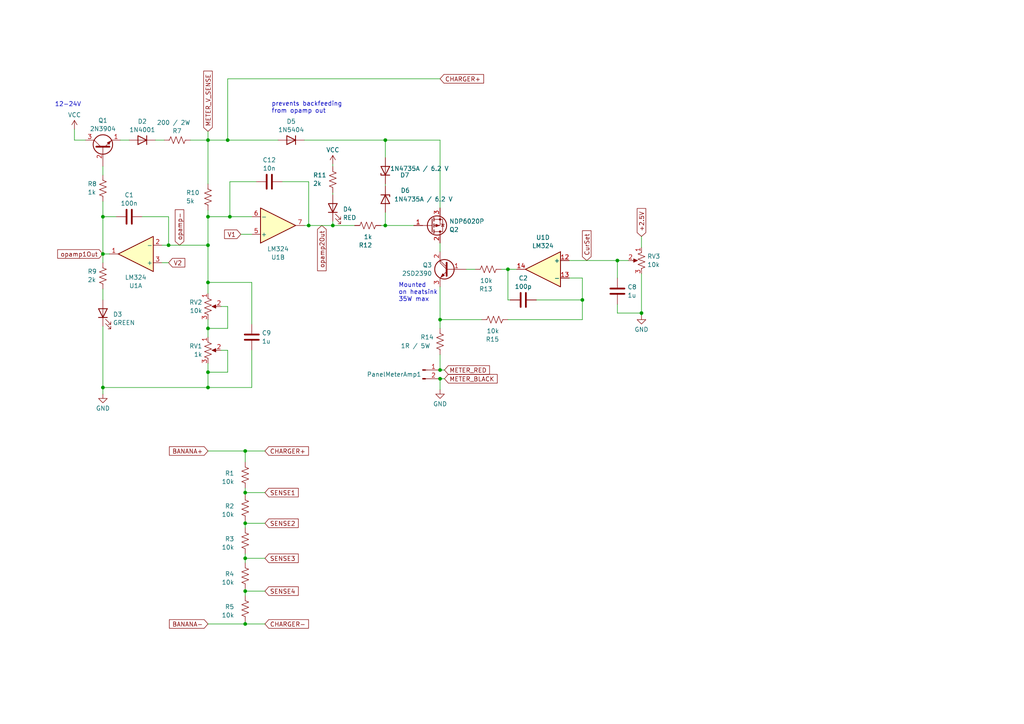
<source format=kicad_sch>
(kicad_sch (version 20230121) (generator eeschema)
  (paper "A4")
  (lib_symbols
    (symbol "Amplifier_Operational:LM324" (pin_names (offset 0.127))
      (property "Reference" "U" (at 0 5.08 0))
      (property "Value" "LM324" (at 0 -5.08 0))
      (symbol "LM324_1_1"
        (polyline (pts (xy -5.08 5.08) (xy 5.08 0) (xy -5.08 -5.08) (xy -5.08 5.08)) (stroke (width 0.254)) (fill (type background)))
        (pin output line (at 7.62 0 180) (length 2.54) (name "~") (number "1"))
        (pin input line (at -7.62 -2.54 0) (length 2.54) (name "-") (number "2"))
        (pin input line (at -7.62 2.54 0) (length 2.54) (name "+") (number "3"))
      )
      (symbol "LM324_2_1"
        (polyline (pts (xy -5.08 5.08) (xy 5.08 0) (xy -5.08 -5.08) (xy -5.08 5.08)) (stroke (width 0.254)) (fill (type background)))
        (pin input line (at -7.62 2.54 0) (length 2.54) (name "+") (number "5"))
        (pin input line (at -7.62 -2.54 0) (length 2.54) (name "-") (number "6"))
        (pin output line (at 7.62 0 180) (length 2.54) (name "~") (number "7"))
      )
      (symbol "LM324_3_1"
        (polyline (pts (xy -5.08 5.08) (xy 5.08 0) (xy -5.08 -5.08) (xy -5.08 5.08)) (stroke (width 0.254)) (fill (type background)))
        (pin input line (at -7.62 2.54 0) (length 2.54) (name "+") (number "10"))
        (pin output line (at 7.62 0 180) (length 2.54) (name "~") (number "8"))
        (pin input line (at -7.62 -2.54 0) (length 2.54) (name "-") (number "9"))
      )
      (symbol "LM324_4_1"
        (polyline (pts (xy -5.08 5.08) (xy 5.08 0) (xy -5.08 -5.08) (xy -5.08 5.08)) (stroke (width 0.254)) (fill (type background)))
        (pin input line (at -7.62 2.54 0) (length 2.54) (name "+") (number "12"))
        (pin input line (at -7.62 -2.54 0) (length 2.54) (name "-") (number "13"))
        (pin output line (at 7.62 0 180) (length 2.54) (name "~") (number "14"))
      )
      (symbol "LM324_5_1"
        (pin power_in line (at -2.54 -7.62 90) (length 3.81) (name "V-") (number "11"))
        (pin power_in line (at -2.54 7.62 270) (length 3.81) (name "V+") (number "4"))
      )
    )
    (symbol "Connector:Conn_01x02_Pin" (pin_names (offset 1.016) hide)
      (property "Reference" "J" (at 0 2.54 0))
      (property "Value" "Conn_01x02_Pin" (at 0 -5.08 0))
      (symbol "Conn_01x02_Pin_1_1"
        (polyline (pts (xy 1.27 -2.54) (xy 0.8636 -2.54)) (stroke (width 0.1524)))
        (polyline (pts (xy 1.27 0) (xy 0.8636 0)) (stroke (width 0.1524)))
        (rectangle (start 0.8636 -2.413) (end 0 -2.667) (stroke (width 0.1524)) (fill (type outline)))
        (rectangle (start 0.8636 0.127) (end 0 -0.127) (stroke (width 0.1524)) (fill (type outline)))
        (pin passive line (at 5.08 0 180) (length 3.81) (name "Pin_1") (number "1"))
        (pin passive line (at 5.08 -2.54 180) (length 3.81) (name "Pin_2") (number "2"))
      )
    )
    (symbol "Device:C" (pin_numbers hide) (pin_names (offset 0.254))
      (property "Reference" "C" (at 0.635 2.54 0))
      (property "Value" "C" (at 0.635 -2.54 0))
      (symbol "C_0_1"
        (polyline (pts (xy -2.032 -0.762) (xy 2.032 -0.762)) (stroke (width 0.508)))
        (polyline (pts (xy -2.032 0.762) (xy 2.032 0.762)) (stroke (width 0.508)))
      )
      (symbol "C_1_1"
        (pin passive line (at 0 3.81 270) (length 2.794) (name "~") (number "1"))
        (pin passive line (at 0 -3.81 90) (length 2.794) (name "~") (number "2"))
      )
    )
    (symbol "Device:D_Zener" (pin_numbers hide) (pin_names (offset 1.016) hide)
      (property "Reference" "D" (at 0 2.54 0))
      (property "Value" "D_Zener" (at 0 -2.54 0))
      (symbol "D_Zener_0_1"
        (polyline (pts (xy 1.27 0) (xy -1.27 0)))
        (polyline (pts (xy -1.27 -1.27) (xy -1.27 1.27) (xy -0.762 1.27)) (stroke (width 0.254)))
        (polyline (pts (xy 1.27 -1.27) (xy 1.27 1.27) (xy -1.27 0) (xy 1.27 -1.27)) (stroke (width 0.254)))
      )
      (symbol "D_Zener_1_1"
        (pin passive line (at -3.81 0 0) (length 2.54) (name "K") (number "1"))
        (pin passive line (at 3.81 0 180) (length 2.54) (name "A") (number "2"))
      )
    )
    (symbol "Device:LED" (pin_numbers hide) (pin_names (offset 1.016) hide)
      (property "Reference" "D" (at 0 2.54 0))
      (property "Value" "LED" (at 0 -2.54 0))
      (symbol "LED_0_1"
        (polyline (pts (xy -1.27 -1.27) (xy -1.27 1.27)) (stroke (width 0.254)))
        (polyline (pts (xy -1.27 0) (xy 1.27 0)))
        (polyline (pts (xy 1.27 -1.27) (xy 1.27 1.27) (xy -1.27 0) (xy 1.27 -1.27)) (stroke (width 0.254)))
        (polyline (pts (xy -3.048 -0.762) (xy -4.572 -2.286) (xy -3.81 -2.286) (xy -4.572 -2.286) (xy -4.572 -1.524)))
        (polyline (pts (xy -1.778 -0.762) (xy -3.302 -2.286) (xy -2.54 -2.286) (xy -3.302 -2.286) (xy -3.302 -1.524)))
      )
      (symbol "LED_1_1"
        (pin passive line (at -3.81 0 0) (length 2.54) (name "K") (number "1"))
        (pin passive line (at 3.81 0 180) (length 2.54) (name "A") (number "2"))
      )
    )
    (symbol "Device:Q_NPN_Darlington_BCE" (pin_names (offset 0) hide)
      (property "Reference" "Q" (at 4.572 1.27 0))
      (property "Value" "Q_NPN_Darlington_BCE" (at 4.572 -1.27 0))
      (symbol "Q_NPN_Darlington_BCE_0_1"
        (polyline (pts (xy 0.635 0.635) (xy 2.54 2.54)))
        (polyline (pts (xy 0.635 -0.635) (xy 2.54 -2.54) (xy 2.54 -2.54)))
        (polyline (pts (xy 0.635 0) (xy 2.54 1.905) (xy 2.54 2.54)))
        (polyline (pts (xy 0.635 1.905) (xy 0.635 -1.905) (xy 0.635 -1.905)) (stroke (width 0.508)))
        (polyline (pts (xy 1.27 -1.778) (xy 1.778 -1.27) (xy 2.286 -2.286) (xy 1.27 -1.778) (xy 1.27 -1.778)) (fill (type outline)))
        (circle (center 1.27 0) (radius 2.8194) (stroke (width 0.254)))
      )
      (symbol "Q_NPN_Darlington_BCE_1_1"
        (pin input line (at -5.08 0 0) (length 5.715) (name "B") (number "1"))
        (pin passive line (at 2.54 5.08 270) (length 2.54) (name "C") (number "2"))
        (pin passive line (at 2.54 -5.08 90) (length 2.54) (name "E") (number "3"))
      )
    )
    (symbol "Device:Q_PMOS_GDS" (pin_names (offset 0) hide)
      (property "Reference" "Q" (at 5.08 1.27 0))
      (property "Value" "Q_PMOS_GDS" (at 5.08 -1.27 0))
      (symbol "Q_PMOS_GDS_0_1"
        (polyline (pts (xy 0.254 0) (xy -2.54 0)))
        (polyline (pts (xy 0.254 1.905) (xy 0.254 -1.905)) (stroke (width 0.254)))
        (polyline (pts (xy 0.762 -1.27) (xy 0.762 -2.286)) (stroke (width 0.254)))
        (polyline (pts (xy 0.762 0.508) (xy 0.762 -0.508)) (stroke (width 0.254)))
        (polyline (pts (xy 0.762 2.286) (xy 0.762 1.27)) (stroke (width 0.254)))
        (polyline (pts (xy 2.54 2.54) (xy 2.54 1.778)))
        (polyline (pts (xy 2.54 -2.54) (xy 2.54 0) (xy 0.762 0)))
        (polyline (pts (xy 0.762 1.778) (xy 3.302 1.778) (xy 3.302 -1.778) (xy 0.762 -1.778)))
        (polyline (pts (xy 2.286 0) (xy 1.27 0.381) (xy 1.27 -0.381) (xy 2.286 0)) (fill (type outline)))
        (polyline (pts (xy 2.794 -0.508) (xy 2.921 -0.381) (xy 3.683 -0.381) (xy 3.81 -0.254)))
        (polyline (pts (xy 3.302 -0.381) (xy 2.921 0.254) (xy 3.683 0.254) (xy 3.302 -0.381)))
        (circle (center 1.651 0) (radius 2.794) (stroke (width 0.254)))
        (circle (center 2.54 -1.778) (radius 0.254) (fill (type outline)))
        (circle (center 2.54 1.778) (radius 0.254) (fill (type outline)))
      )
      (symbol "Q_PMOS_GDS_1_1"
        (pin input line (at -5.08 0 0) (length 2.54) (name "G") (number "1"))
        (pin passive line (at 2.54 5.08 270) (length 2.54) (name "D") (number "2"))
        (pin passive line (at 2.54 -5.08 90) (length 2.54) (name "S") (number "3"))
      )
    )
    (symbol "Device:R_Potentiometer_US" (pin_names (offset 1.016) hide)
      (property "Reference" "RV" (at -4.445 0 90))
      (property "Value" "R_Potentiometer_US" (at -2.54 0 90))
      (symbol "R_Potentiometer_US_0_1"
        (polyline (pts (xy 0 -2.286) (xy 0 -2.54)))
        (polyline (pts (xy 0 2.54) (xy 0 2.286)))
        (polyline (pts (xy 2.54 0) (xy 1.524 0)))
        (polyline (pts (xy 1.143 0) (xy 2.286 0.508) (xy 2.286 -0.508) (xy 1.143 0)) (fill (type outline)))
        (polyline (pts (xy 0 -0.762) (xy 1.016 -1.143) (xy 0 -1.524) (xy -1.016 -1.905) (xy 0 -2.286)))
        (polyline (pts (xy 0 0.762) (xy 1.016 0.381) (xy 0 0) (xy -1.016 -0.381) (xy 0 -0.762)))
        (polyline (pts (xy 0 2.286) (xy 1.016 1.905) (xy 0 1.524) (xy -1.016 1.143) (xy 0 0.762)))
      )
      (symbol "R_Potentiometer_US_1_1"
        (pin passive line (at 0 3.81 270) (length 1.27) (name "1") (number "1"))
        (pin passive line (at 3.81 0 180) (length 1.27) (name "2") (number "2"))
        (pin passive line (at 0 -3.81 90) (length 1.27) (name "3") (number "3"))
      )
    )
    (symbol "Device:R_US" (pin_numbers hide) (pin_names (offset 0))
      (property "Reference" "R" (at 2.54 0 90))
      (property "Value" "R_US" (at -2.54 0 90))
      (symbol "R_US_0_1"
        (polyline (pts (xy 0 -2.286) (xy 0 -2.54)))
        (polyline (pts (xy 0 2.286) (xy 0 2.54)))
        (polyline (pts (xy 0 -0.762) (xy 1.016 -1.143) (xy 0 -1.524) (xy -1.016 -1.905) (xy 0 -2.286)))
        (polyline (pts (xy 0 0.762) (xy 1.016 0.381) (xy 0 0) (xy -1.016 -0.381) (xy 0 -0.762)))
        (polyline (pts (xy 0 2.286) (xy 1.016 1.905) (xy 0 1.524) (xy -1.016 1.143) (xy 0 0.762)))
      )
      (symbol "R_US_1_1"
        (pin passive line (at 0 3.81 270) (length 1.27) (name "~") (number "1"))
        (pin passive line (at 0 -3.81 90) (length 1.27) (name "~") (number "2"))
      )
    )
    (symbol "Diode:1N4001" (pin_numbers hide) (pin_names hide)
      (property "Reference" "D" (at 0 2.54 0))
      (property "Value" "1N4001" (at 0 -2.54 0))
      (symbol "1N4001_0_1"
        (polyline (pts (xy -1.27 1.27) (xy -1.27 -1.27)) (stroke (width 0.254)))
        (polyline (pts (xy 1.27 0) (xy -1.27 0)))
        (polyline (pts (xy 1.27 1.27) (xy 1.27 -1.27) (xy -1.27 0) (xy 1.27 1.27)) (stroke (width 0.254)))
      )
      (symbol "1N4001_1_1"
        (pin passive line (at -3.81 0 0) (length 2.54) (name "K") (number "1"))
        (pin passive line (at 3.81 0 180) (length 2.54) (name "A") (number "2"))
      )
    )
    (symbol "Diode:1N5404" (pin_numbers hide) (pin_names hide)
      (property "Reference" "D" (at 0 2.54 0))
      (property "Value" "1N5404" (at 0 -2.54 0))
      (symbol "1N5404_0_1"
        (polyline (pts (xy -1.27 1.27) (xy -1.27 -1.27)) (stroke (width 0.254)))
        (polyline (pts (xy 1.27 0) (xy -1.27 0)))
        (polyline (pts (xy 1.27 1.27) (xy 1.27 -1.27) (xy -1.27 0) (xy 1.27 1.27)) (stroke (width 0.254)))
      )
      (symbol "1N5404_1_1"
        (pin passive line (at -3.81 0 0) (length 2.54) (name "K") (number "1"))
        (pin passive line (at 3.81 0 180) (length 2.54) (name "A") (number "2"))
      )
    )
    (symbol "Transistor_BJT:2N3904" (pin_names (offset 0) hide)
      (property "Reference" "Q" (at 5.08 1.905 0))
      (property "Value" "2N3904" (at 5.08 0 0))
      (symbol "2N3904_0_1"
        (polyline (pts (xy 0.635 0.635) (xy 2.54 2.54)))
        (polyline (pts (xy 0.635 -0.635) (xy 2.54 -2.54) (xy 2.54 -2.54)))
        (polyline (pts (xy 0.635 1.905) (xy 0.635 -1.905) (xy 0.635 -1.905)) (stroke (width 0.508)))
        (polyline (pts (xy 1.27 -1.778) (xy 1.778 -1.27) (xy 2.286 -2.286) (xy 1.27 -1.778) (xy 1.27 -1.778)) (fill (type outline)))
        (circle (center 1.27 0) (radius 2.8194) (stroke (width 0.254)))
      )
      (symbol "2N3904_1_1"
        (pin passive line (at 2.54 -5.08 90) (length 2.54) (name "E") (number "1"))
        (pin passive line (at -5.08 0 0) (length 5.715) (name "B") (number "2"))
        (pin passive line (at 2.54 5.08 270) (length 2.54) (name "C") (number "3"))
      )
    )
    (symbol "power:GND" (power) (pin_names (offset 0))
      (property "Value" "GND" (at 0 -3.81 0))
      (symbol "GND_0_1"
        (polyline (pts (xy 0 0) (xy 0 -1.27) (xy 1.27 -1.27) (xy 0 -2.54) (xy -1.27 -1.27) (xy 0 -1.27)))
      )
      (symbol "GND_1_1"
        (pin power_in line (at 0 0 270) (length 0) hide (name "GND") (number "1"))
      )
    )
    (symbol "power:VCC" (power) (pin_names (offset 0))
      (property "Value" "VCC" (at 0 3.81 0))
      (symbol "VCC_0_1"
        (polyline (pts (xy -0.762 1.27) (xy 0 2.54)))
        (polyline (pts (xy 0 0) (xy 0 2.54)))
        (polyline (pts (xy 0 2.54) (xy 0.762 1.27)))
      )
      (symbol "VCC_1_1"
        (pin power_in line (at 0 0 90) (length 0) hide (name "VCC") (number "1"))
      )
    )
  )
  (junction (at 168.91 86.995))
  (junction (at 71.12 151.765))
  (junction (at 66.675 62.865))
  (junction (at 127.635 92.71))
  (junction (at 127.635 107.315))
  (junction (at 186.055 90.805))
  (junction (at 60.325 81.915))
  (junction (at 48.895 71.12))
  (junction (at 147.32 78.105))
  (junction (at 29.845 73.66))
  (junction (at 111.76 40.64))
  (junction (at 71.12 161.925))
  (junction (at 111.76 65.405))
  (junction (at 60.325 112.395))
  (junction (at 60.325 40.64))
  (junction (at 60.325 62.865))
  (junction (at 71.12 142.875))
  (junction (at 29.845 62.865))
  (junction (at 71.12 130.81))
  (junction (at 96.52 65.405))
  (junction (at 60.325 107.95))
  (junction (at 179.07 75.565))
  (junction (at 66.04 40.64))
  (junction (at 89.535 65.405))
  (junction (at 60.325 95.25))
  (junction (at 127.635 109.855))
  (junction (at 60.325 71.12))
  (junction (at 71.12 171.45))
  (junction (at 71.12 180.975))
  (junction (at 29.845 112.395))
  (wire (pts (xy 34.925 40.64) (xy 37.465 40.64)))
  (wire (pts (xy 71.12 180.34) (xy 71.12 180.975)))
  (wire (pts (xy 69.85 67.945) (xy 73.025 67.945)))
  (wire (pts (xy 60.325 95.25) (xy 60.325 97.79)))
  (wire (pts (xy 186.055 68.58) (xy 186.055 71.755)))
  (wire (pts (xy 60.325 112.395) (xy 73.025 112.395)))
  (wire (pts (xy 71.12 170.815) (xy 71.12 171.45)))
  (wire (pts (xy 29.845 62.865) (xy 33.655 62.865)))
  (wire (pts (xy 135.255 78.105) (xy 137.795 78.105)))
  (wire (pts (xy 60.325 81.915) (xy 73.025 81.915)))
  (wire (pts (xy 71.12 141.605) (xy 71.12 142.875)))
  (wire (pts (xy 60.325 71.12) (xy 60.325 81.915)))
  (wire (pts (xy 29.845 48.26) (xy 29.845 50.8)))
  (wire (pts (xy 66.04 88.9) (xy 66.04 95.25)))
  (wire (pts (xy 71.12 142.875) (xy 71.12 143.51)))
  (wire (pts (xy 45.085 40.64) (xy 47.625 40.64)))
  (wire (pts (xy 46.99 76.2) (xy 48.895 76.2)))
  (wire (pts (xy 110.49 65.405) (xy 111.76 65.405)))
  (wire (pts (xy 76.835 130.81) (xy 71.12 130.81)))
  (wire (pts (xy 74.295 52.705) (xy 66.675 52.705)))
  (wire (pts (xy 60.325 40.64) (xy 66.04 40.64)))
  (wire (pts (xy 76.835 171.45) (xy 71.12 171.45)))
  (wire (pts (xy 147.955 86.995) (xy 147.32 86.995)))
  (wire (pts (xy 29.845 83.82) (xy 29.845 86.995)))
  (wire (pts (xy 60.325 62.865) (xy 66.675 62.865)))
  (wire (pts (xy 127.635 70.485) (xy 127.635 73.025)))
  (wire (pts (xy 46.99 71.12) (xy 48.895 71.12)))
  (wire (pts (xy 73.025 101.6) (xy 73.025 112.395)))
  (wire (pts (xy 76.835 151.765) (xy 71.12 151.765)))
  (wire (pts (xy 179.07 75.565) (xy 182.245 75.565)))
  (wire (pts (xy 55.245 40.64) (xy 60.325 40.64)))
  (wire (pts (xy 89.535 65.405) (xy 88.265 65.405)))
  (wire (pts (xy 60.325 180.975) (xy 71.12 180.975)))
  (wire (pts (xy 96.52 55.88) (xy 96.52 56.515)))
  (wire (pts (xy 29.845 62.865) (xy 29.845 73.66)))
  (wire (pts (xy 127.635 40.64) (xy 127.635 60.325)))
  (wire (pts (xy 66.675 52.705) (xy 66.675 62.865)))
  (wire (pts (xy 48.895 71.12) (xy 60.325 71.12)))
  (wire (pts (xy 29.845 73.66) (xy 31.75 73.66)))
  (wire (pts (xy 66.04 22.86) (xy 66.04 40.64)))
  (wire (pts (xy 29.845 112.395) (xy 60.325 112.395)))
  (wire (pts (xy 186.055 79.375) (xy 186.055 90.805)))
  (wire (pts (xy 29.845 73.66) (xy 29.845 76.2)))
  (wire (pts (xy 111.76 40.64) (xy 127.635 40.64)))
  (wire (pts (xy 127.635 107.315) (xy 128.905 107.315)))
  (wire (pts (xy 60.325 130.81) (xy 71.12 130.81)))
  (wire (pts (xy 66.04 88.9) (xy 64.135 88.9)))
  (wire (pts (xy 81.915 52.705) (xy 89.535 52.705)))
  (wire (pts (xy 96.52 65.405) (xy 102.87 65.405)))
  (wire (pts (xy 66.675 62.865) (xy 73.025 62.865)))
  (wire (pts (xy 71.12 160.655) (xy 71.12 161.925)))
  (wire (pts (xy 60.325 53.34) (xy 60.325 40.64)))
  (wire (pts (xy 76.835 142.875) (xy 71.12 142.875)))
  (wire (pts (xy 66.04 101.6) (xy 66.04 107.95)))
  (wire (pts (xy 147.32 92.71) (xy 168.91 92.71)))
  (wire (pts (xy 111.76 61.595) (xy 111.76 65.405)))
  (wire (pts (xy 60.325 60.96) (xy 60.325 62.865)))
  (wire (pts (xy 155.575 86.995) (xy 168.91 86.995)))
  (wire (pts (xy 127.635 83.185) (xy 127.635 92.71)))
  (wire (pts (xy 60.325 38.1) (xy 60.325 40.64)))
  (wire (pts (xy 60.325 62.865) (xy 60.325 71.12)))
  (wire (pts (xy 96.52 47.625) (xy 96.52 48.26)))
  (wire (pts (xy 127.635 109.855) (xy 128.905 109.855)))
  (wire (pts (xy 88.265 40.64) (xy 111.76 40.64)))
  (wire (pts (xy 48.895 62.865) (xy 48.895 71.12)))
  (wire (pts (xy 71.12 171.45) (xy 71.12 172.72)))
  (wire (pts (xy 66.04 95.25) (xy 60.325 95.25)))
  (wire (pts (xy 21.59 37.465) (xy 21.59 40.64)))
  (wire (pts (xy 127.635 102.87) (xy 127.635 107.315)))
  (wire (pts (xy 96.52 65.405) (xy 89.535 65.405)))
  (wire (pts (xy 96.52 64.135) (xy 96.52 65.405)))
  (wire (pts (xy 168.91 86.995) (xy 168.91 92.71)))
  (wire (pts (xy 76.835 161.925) (xy 71.12 161.925)))
  (wire (pts (xy 179.07 88.265) (xy 179.07 90.805)))
  (wire (pts (xy 29.845 58.42) (xy 29.845 62.865)))
  (wire (pts (xy 60.325 92.71) (xy 60.325 95.25)))
  (wire (pts (xy 29.845 94.615) (xy 29.845 112.395)))
  (wire (pts (xy 66.04 40.64) (xy 80.645 40.64)))
  (wire (pts (xy 60.325 81.915) (xy 60.325 85.09)))
  (wire (pts (xy 179.07 90.805) (xy 186.055 90.805)))
  (wire (pts (xy 41.275 62.865) (xy 48.895 62.865)))
  (wire (pts (xy 145.415 78.105) (xy 147.32 78.105)))
  (wire (pts (xy 165.1 80.645) (xy 168.91 80.645)))
  (wire (pts (xy 147.32 86.995) (xy 147.32 78.105)))
  (wire (pts (xy 127.635 109.855) (xy 127.635 113.03)))
  (wire (pts (xy 66.04 107.95) (xy 60.325 107.95)))
  (wire (pts (xy 127.635 22.86) (xy 66.04 22.86)))
  (wire (pts (xy 71.12 151.13) (xy 71.12 151.765)))
  (wire (pts (xy 111.76 45.72) (xy 111.76 40.64)))
  (wire (pts (xy 71.12 161.925) (xy 71.12 163.195)))
  (wire (pts (xy 127.635 92.71) (xy 127.635 95.25)))
  (wire (pts (xy 76.835 180.975) (xy 71.12 180.975)))
  (wire (pts (xy 147.32 78.105) (xy 149.86 78.105)))
  (wire (pts (xy 29.845 114.3) (xy 29.845 112.395)))
  (wire (pts (xy 165.1 75.565) (xy 179.07 75.565)))
  (wire (pts (xy 73.025 93.98) (xy 73.025 81.915)))
  (wire (pts (xy 111.76 65.405) (xy 120.015 65.405)))
  (wire (pts (xy 71.12 130.81) (xy 71.12 133.985)))
  (wire (pts (xy 66.04 101.6) (xy 64.135 101.6)))
  (wire (pts (xy 186.055 90.805) (xy 186.055 91.44)))
  (wire (pts (xy 60.325 105.41) (xy 60.325 107.95)))
  (wire (pts (xy 111.76 53.34) (xy 111.76 53.975)))
  (wire (pts (xy 127.635 92.71) (xy 139.7 92.71)))
  (wire (pts (xy 21.59 40.64) (xy 24.765 40.64)))
  (wire (pts (xy 60.325 107.95) (xy 60.325 112.395)))
  (wire (pts (xy 89.535 52.705) (xy 89.535 65.405)))
  (wire (pts (xy 168.91 80.645) (xy 168.91 86.995)))
  (wire (pts (xy 71.12 151.765) (xy 71.12 153.035)))
  (wire (pts (xy 179.07 80.645) (xy 179.07 75.565)))
  (text "Mounted\non heatsink\n35W max" (at 115.57 87.63 0) (effects (font (size 1.27 1.27)) (justify left bottom)))
  (text "prevents backfeeding\nfrom opamp out" (at 78.74 33.02 0) (effects (font (size 1.27 1.27)) (justify left bottom)))
  (text "12-24V" (at 15.875 31.115 0) (effects (font (size 1.27 1.27)) (justify left bottom)))
  (global_label "V2" (shape input) (at 48.895 76.2 0) (property "Intersheetrefs" "${INTERSHEET_REFS}" (effects hide)))
  (global_label "CHARGER+" (shape input) (at 76.835 130.81 0) (property "Intersheetrefs" "${INTERSHEET_REFS}" (effects hide)))
  (global_label "METER_RED" (shape input) (at 128.905 107.315 0) (property "Intersheetrefs" "${INTERSHEET_REFS}" (effects hide)))
  (global_label "BANANA-" (shape input) (at 60.325 180.975 180) (property "Intersheetrefs" "${INTERSHEET_REFS}" (effects hide)))
  (global_label "SENSE1" (shape input) (at 76.835 142.875 0) (property "Intersheetrefs" "${INTERSHEET_REFS}" (effects hide)))
  (global_label "CHARGER+" (shape input) (at 127.635 22.86 0) (property "Intersheetrefs" "${INTERSHEET_REFS}" (effects hide)))
  (global_label "+2.5V" (shape input) (at 186.055 68.58 90) (property "Intersheetrefs" "${INTERSHEET_REFS}" (effects hide)))
  (global_label "METER_BLACK" (shape input) (at 128.905 109.855 0) (property "Intersheetrefs" "${INTERSHEET_REFS}" (effects hide)))
  (global_label "CurSet" (shape input) (at 170.18 75.565 90) (property "Intersheetrefs" "${INTERSHEET_REFS}" (effects hide)))
  (global_label "V1" (shape input) (at 69.85 67.945 180) (property "Intersheetrefs" "${INTERSHEET_REFS}" (effects hide)))
  (global_label "SENSE2" (shape input) (at 76.835 151.765 0) (property "Intersheetrefs" "${INTERSHEET_REFS}" (effects hide)))
  (global_label "opamp-" (shape input) (at 52.07 71.12 90) (property "Intersheetrefs" "${INTERSHEET_REFS}" (effects hide)))
  (global_label "BANANA+" (shape input) (at 60.325 130.81 180) (property "Intersheetrefs" "${INTERSHEET_REFS}" (effects hide)))
  (global_label "opamp1Out" (shape input) (at 29.845 73.66 180) (property "Intersheetrefs" "${INTERSHEET_REFS}" (effects hide)))
  (global_label "CHARGER-" (shape input) (at 76.835 180.975 0) (property "Intersheetrefs" "${INTERSHEET_REFS}" (effects hide)))
  (global_label "SENSE4" (shape input) (at 76.835 171.45 0) (property "Intersheetrefs" "${INTERSHEET_REFS}" (effects hide)))
  (global_label "opamp2Out" (shape input) (at 93.345 65.405 270) (property "Intersheetrefs" "${INTERSHEET_REFS}" (effects hide)))
  (global_label "SENSE3" (shape input) (at 76.835 161.925 0) (property "Intersheetrefs" "${INTERSHEET_REFS}" (effects hide)))
  (global_label "METER_V_SENSE" (shape input) (at 60.325 38.1 90) (property "Intersheetrefs" "${INTERSHEET_REFS}" (effects hide)))
  (symbol (lib_id "power:GND") (at 186.055 91.44 0) (unit 1)
    (property "Reference" "#PWR014" (effects hide))
    (property "Value" "GND" (at 186.055 95.5731 0))
  )
  (symbol (lib_id "power:GND") (at 127.635 113.03 0) (unit 1)
    (property "Reference" "#PWR07" (effects hide))
    (property "Value" "GND" (at 127.635 117.1631 0))
  )
  (symbol (lib_id "Device:C") (at 179.07 84.455 180) (unit 1)
    (property "Reference" "C8" (at 181.991 83.2429 0) (effects (justify right)))
    (property "Value" "1u" (at 181.991 85.6671 0) (effects (justify right)))
    (property "Footprint" "Capacitor_SMD:C_1206_3216Metric" (effects hide))
  )
  (symbol (lib_id "Transistor_BJT:2N3904") (at 29.845 43.18 90) (unit 1)
    (property "Reference" "Q1" (at 29.845 34.9463 90))
    (property "Value" "2N3904" (at 29.845 37.3705 90))
    (property "Footprint" "Package_TO_SOT_THT:TO-92L_Wide" (effects hide))
    (property "Datasheet" "https://www.onsemi.com/pub/Collateral/2N3903-D.PDF" (effects hide))
  )
  (symbol (lib_id "power:GND") (at 29.845 114.3 0) (unit 1)
    (property "Reference" "#PWR09" (effects hide))
    (property "Value" "GND" (at 29.845 118.4331 0))
  )
  (symbol (lib_id "Device:R_Potentiometer_US") (at 60.325 101.6 0) (unit 1)
    (property "Reference" "RV1" (at 58.6741 100.3879 0) (effects (justify right)))
    (property "Value" "1k" (at 58.6741 102.8121 0) (effects (justify right)))
    (property "Footprint" "Potentiometer_THT:Potentiometer_Bourns_PTV09A-1_Single_Vertical" (effects hide))
  )
  (symbol (lib_id "Device:R_US") (at 60.325 57.15 0) (unit 1)
    (property "Reference" "R10" (at 53.975 55.88 0) (effects (justify left)))
    (property "Value" "5k" (at 53.975 58.3042 0) (effects (justify left)))
    (property "Footprint" "Resistor_THT:R_Axial_DIN0207_L6.3mm_D2.5mm_P7.62mm_Horizontal" (effects hide))
  )
  (symbol (lib_id "Device:Q_PMOS_GDS") (at 125.095 65.405 0) (mirror x) (unit 1)
    (property "Reference" "Q2" (at 130.302 66.6171 0) (effects (justify left)))
    (property "Value" "NDP6020P" (at 130.302 64.1929 0) (effects (justify left)))
    (property "Footprint" "Package_TO_SOT_THT:TO-220-3_Vertical" (effects hide))
  )
  (symbol (lib_id "Device:R_Potentiometer_US") (at 186.055 75.565 0) (mirror y) (unit 1)
    (property "Reference" "RV3" (at 187.706 74.3529 0) (effects (justify right)))
    (property "Value" "10k" (at 187.706 76.7771 0) (effects (justify right)))
    (property "Footprint" "Potentiometer_THT:Potentiometer_Bourns_PTV09A-1_Single_Vertical" (effects hide))
  )
  (symbol (lib_id "Device:R_US") (at 71.12 147.32 180) (unit 1)
    (property "Reference" "R2" (at 67.945 146.8008 0) (effects (justify left)))
    (property "Value" "10k" (at 67.945 149.225 0) (effects (justify left)))
    (property "Footprint" "Resistor_SMD:R_0805_2012Metric" (effects hide))
  )
  (symbol (lib_id "Device:LED") (at 96.52 60.325 90) (unit 1)
    (property "Reference" "D4" (at 99.441 60.7004 90) (effects (justify right)))
    (property "Value" "RED" (at 99.441 63.1246 90) (effects (justify right)))
    (property "Footprint" "LED_THT:LED_D5.0mm" (effects hide))
  )
  (symbol (lib_id "Device:R_US") (at 71.12 137.795 180) (unit 1)
    (property "Reference" "R1" (at 67.945 137.2758 0) (effects (justify left)))
    (property "Value" "10k" (at 67.945 139.7 0) (effects (justify left)))
    (property "Footprint" "Resistor_SMD:R_0805_2012Metric" (effects hide))
  )
  (symbol (lib_id "Device:R_US") (at 29.845 54.61 0) (unit 1)
    (property "Reference" "R8" (at 25.4 53.34 0) (effects (justify left)))
    (property "Value" "1k" (at 25.4 55.7642 0) (effects (justify left)))
    (property "Footprint" "Resistor_SMD:R_0805_2012Metric" (effects hide))
  )
  (symbol (lib_id "Device:C") (at 37.465 62.865 270) (unit 1)
    (property "Reference" "C1" (at 37.465 56.5617 90))
    (property "Value" "100n" (at 37.465 58.9859 90))
    (property "Footprint" "Capacitor_SMD:C_1206_3216Metric" (effects hide))
  )
  (symbol (lib_id "Amplifier_Operational:LM324") (at 39.37 73.66 180) (unit 1)
    (property "Reference" "U1" (at 39.37 82.8843 0))
    (property "Value" "LM324" (at 39.37 80.4601 0))
    (property "Footprint" "Package_DIP:DIP-14_W7.62mm_Socket" (effects hide))
    (property "Datasheet" "http://www.ti.com/lit/ds/symlink/lm2902-n.pdf" (effects hide))
  )
  (symbol (lib_id "power:VCC") (at 96.52 47.625 0) (unit 1)
    (property "Reference" "#PWR012" (effects hide))
    (property "Value" "VCC" (at 96.52 43.4919 0))
  )
  (symbol (lib_id "power:VCC") (at 21.59 37.465 0) (unit 1)
    (property "Reference" "#PWR05" (effects hide))
    (property "Value" "VCC" (at 21.59 33.3319 0))
  )
  (symbol (lib_id "Diode:1N5404") (at 84.455 40.64 180) (unit 1)
    (property "Reference" "D5" (at 84.455 35.2257 0))
    (property "Value" "1N5404" (at 84.455 37.6499 0))
    (property "Footprint" "Diode_THT:D_DO-201AD_P15.24mm_Horizontal" (effects hide))
    (property "Datasheet" "http://www.vishay.com/docs/88516/1n5400.pdf" (effects hide))
    (property "Sim.Device" "D" (effects hide))
    (property "Sim.Pins" "1=K 2=A" (effects hide))
  )
  (symbol (lib_id "Device:LED") (at 29.845 90.805 90) (unit 1)
    (property "Reference" "D3" (at 32.766 91.1804 90) (effects (justify right)))
    (property "Value" "GREEN" (at 32.766 93.6046 90) (effects (justify right)))
    (property "Footprint" "LED_THT:LED_D5.0mm" (effects hide))
  )
  (symbol (lib_id "Device:R_US") (at 29.845 80.01 0) (unit 1)
    (property "Reference" "R9" (at 25.4 78.74 0) (effects (justify left)))
    (property "Value" "2k" (at 25.4 81.1642 0) (effects (justify left)))
    (property "Footprint" "Resistor_SMD:R_0805_2012Metric" (effects hide))
  )
  (symbol (lib_id "Device:D_Zener") (at 111.76 49.53 90) (unit 1)
    (property "Reference" "D7" (at 118.745 50.8 90) (effects (justify left)))
    (property "Value" "1N4735A / 6.2 V" (at 130.175 48.895 90) (effects (justify left)))
    (property "Footprint" "Diode_THT:D_DO-35_SOD27_P5.08mm_Vertical_KathodeUp" (effects hide))
  )
  (symbol (lib_id "Device:C") (at 78.105 52.705 270) (unit 1)
    (property "Reference" "C12" (at 78.105 46.4017 90))
    (property "Value" "10n" (at 78.105 48.8259 90))
    (property "Footprint" "Capacitor_SMD:C_1206_3216Metric" (effects hide))
  )
  (symbol (lib_id "Device:C") (at 73.025 97.79 180) (unit 1)
    (property "Reference" "C9" (at 75.946 96.5779 0) (effects (justify right)))
    (property "Value" "1u" (at 75.946 99.0021 0) (effects (justify right)))
    (property "Footprint" "Capacitor_SMD:C_1206_3216Metric" (effects hide))
  )
  (symbol (lib_id "Device:R_US") (at 141.605 78.105 90) (unit 1)
    (property "Reference" "R13" (at 142.875 83.82 90) (effects (justify left)))
    (property "Value" "10k" (at 142.875 81.3958 90) (effects (justify left)))
    (property "Footprint" "Resistor_SMD:R_0805_2012Metric" (effects hide))
  )
  (symbol (lib_id "Device:Q_NPN_Darlington_BCE") (at 130.175 78.105 0) (mirror y) (unit 1)
    (property "Reference" "Q3" (at 125.3236 76.8929 0) (effects (justify left)))
    (property "Value" "2SD2390" (at 125.3236 79.3171 0) (effects (justify left)))
    (property "Footprint" "Package_TO_SOT_THT:TO-3P-3_Vertical" (effects hide))
  )
  (symbol (lib_id "Device:R_Potentiometer_US") (at 60.325 88.9 0) (unit 1)
    (property "Reference" "RV2" (at 58.6741 87.6879 0) (effects (justify right)))
    (property "Value" "10k" (at 58.6741 90.1121 0) (effects (justify right)))
    (property "Footprint" "Potentiometer_THT:Potentiometer_Bourns_PTV09A-1_Single_Vertical" (effects hide))
  )
  (symbol (lib_id "Device:R_US") (at 71.12 167.005 180) (unit 1)
    (property "Reference" "R4" (at 67.945 166.4858 0) (effects (justify left)))
    (property "Value" "10k" (at 67.945 168.91 0) (effects (justify left)))
    (property "Footprint" "Resistor_SMD:R_0805_2012Metric" (effects hide))
  )
  (symbol (lib_id "Amplifier_Operational:LM324") (at 157.48 78.105 0) (mirror y) (unit 4)
    (property "Reference" "U1" (at 157.48 68.8807 0))
    (property "Value" "LM324" (at 157.48 71.3049 0))
    (property "Footprint" "Package_DIP:DIP-14_W7.62mm_Socket" (effects hide))
    (property "Datasheet" "http://www.ti.com/lit/ds/symlink/lm2902-n.pdf" (effects hide))
  )
  (symbol (lib_id "Device:D_Zener") (at 111.76 57.785 270) (unit 1)
    (property "Reference" "D6" (at 116.205 55.245 90) (effects (justify left)))
    (property "Value" "1N4735A / 6.2 V" (at 114.3 57.785 90) (effects (justify left)))
    (property "Footprint" "Diode_THT:D_DO-35_SOD27_P5.08mm_Vertical_KathodeUp" (effects hide))
  )
  (symbol (lib_id "Device:R_US") (at 143.51 92.71 90) (unit 1)
    (property "Reference" "R15" (at 144.78 98.425 90) (effects (justify left)))
    (property "Value" "10k" (at 144.78 96.0008 90) (effects (justify left)))
    (property "Footprint" "Resistor_SMD:R_0805_2012Metric" (effects hide))
  )
  (symbol (lib_id "Device:R_US") (at 51.435 40.64 90) (unit 1)
    (property "Reference" "R7" (at 52.705 37.9842 90) (effects (justify left)))
    (property "Value" "200 / 2W" (at 55.245 35.56 90) (effects (justify left)))
    (property "Footprint" "Resistor_THT:R_Axial_Power_L20.0mm_W6.4mm_P22.40mm" (effects hide))
  )
  (symbol (lib_id "Device:R_US") (at 71.12 176.53 180) (unit 1)
    (property "Reference" "R5" (at 67.945 176.0108 0) (effects (justify left)))
    (property "Value" "10k" (at 67.945 178.435 0) (effects (justify left)))
    (property "Footprint" "Resistor_SMD:R_0805_2012Metric" (effects hide))
  )
  (symbol (lib_id "Device:R_US") (at 71.12 156.845 180) (unit 1)
    (property "Reference" "R3" (at 67.945 156.3258 0) (effects (justify left)))
    (property "Value" "10k" (at 67.945 158.75 0) (effects (justify left)))
    (property "Footprint" "Resistor_SMD:R_0805_2012Metric" (effects hide))
  )
  (symbol (lib_id "Device:R_US") (at 127.635 99.06 0) (unit 1)
    (property "Reference" "R14" (at 121.92 97.79 0) (effects (justify left)))
    (property "Value" "1R / 5W" (at 116.205 100.33 0) (effects (justify left)))
    (property "Footprint" "Resistor_THT:R_Axial_Power_L25.0mm_W9.0mm_P27.94mm" (effects hide))
  )
  (symbol (lib_id "Diode:1N4001") (at 41.275 40.64 180) (unit 1)
    (property "Reference" "D2" (at 41.275 35.2257 0))
    (property "Value" "1N4001" (at 41.275 37.6499 0))
    (property "Footprint" "Diode_THT:D_DO-41_SOD81_P10.16mm_Horizontal" (effects hide))
    (property "Datasheet" "http://www.vishay.com/docs/88503/1n4001.pdf" (effects hide))
    (property "Sim.Device" "D" (effects hide))
    (property "Sim.Pins" "1=K 2=A" (effects hide))
  )
  (symbol (lib_id "Device:R_US") (at 106.68 65.405 90) (unit 1)
    (property "Reference" "R12" (at 107.95 71.12 90) (effects (justify left)))
    (property "Value" "1k" (at 107.95 68.6958 90) (effects (justify left)))
    (property "Footprint" "Resistor_SMD:R_0805_2012Metric" (effects hide))
  )
  (symbol (lib_id "Connector:Conn_01x02_Pin") (at 122.555 107.315 0) (unit 1)
    (property "Reference" "PanelMeterAmp1" (at 114.3 108.585 0))
    (property "Value" "Panel Meter Amp" (effects hide))
    (property "Footprint" "Connector_Phoenix_MC_HighVoltage:PhoenixContact_MCV_1,5_2-G-5.08_1x02_P5.08mm_Vertical" (effects hide))
  )
  (symbol (lib_id "Device:C") (at 151.765 86.995 270) (unit 1)
    (property "Reference" "C2" (at 151.765 80.6917 90))
    (property "Value" "100p" (at 151.765 83.1159 90))
    (property "Footprint" "Capacitor_SMD:C_1206_3216Metric" (effects hide))
  )
  (symbol (lib_id "Device:R_US") (at 96.52 52.07 0) (unit 1)
    (property "Reference" "R11" (at 90.805 50.8 0) (effects (justify left)))
    (property "Value" "2k" (at 90.805 53.2242 0) (effects (justify left)))
    (property "Footprint" "Resistor_SMD:R_0805_2012Metric" (effects hide))
  )
  (symbol (lib_id "Amplifier_Operational:LM324") (at 80.645 65.405 0) (mirror x) (unit 2)
    (property "Reference" "U1" (at 80.645 74.6293 0))
    (property "Value" "LM324" (at 80.645 72.2051 0))
    (property "Footprint" "Package_DIP:DIP-14_W7.62mm_Socket" (effects hide))
    (property "Datasheet" "http://www.ti.com/lit/ds/symlink/lm2902-n.pdf" (effects hide))
  )
)
</source>
